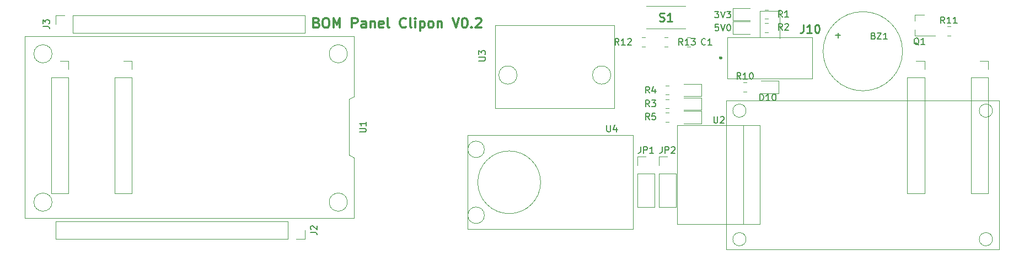
<source format=gbr>
G04 #@! TF.GenerationSoftware,KiCad,Pcbnew,(5.1.4)-1*
G04 #@! TF.CreationDate,2021-03-05T08:28:38-08:00*
G04 #@! TF.ProjectId,BOMPanelClipon,424f4d50-616e-4656-9c43-6c69706f6e2e,rev?*
G04 #@! TF.SameCoordinates,Original*
G04 #@! TF.FileFunction,Legend,Top*
G04 #@! TF.FilePolarity,Positive*
%FSLAX46Y46*%
G04 Gerber Fmt 4.6, Leading zero omitted, Abs format (unit mm)*
G04 Created by KiCad (PCBNEW (5.1.4)-1) date 2021-03-05 08:28:38*
%MOMM*%
%LPD*%
G04 APERTURE LIST*
%ADD10C,0.300000*%
%ADD11C,0.150000*%
%ADD12C,0.120000*%
%ADD13C,0.100000*%
%ADD14C,0.400000*%
%ADD15C,0.254000*%
G04 APERTURE END LIST*
D10*
X-29857142Y16107142D02*
X-29642857Y16035714D01*
X-29571428Y15964285D01*
X-29500000Y15821428D01*
X-29500000Y15607142D01*
X-29571428Y15464285D01*
X-29642857Y15392857D01*
X-29785714Y15321428D01*
X-30357142Y15321428D01*
X-30357142Y16821428D01*
X-29857142Y16821428D01*
X-29714285Y16750000D01*
X-29642857Y16678571D01*
X-29571428Y16535714D01*
X-29571428Y16392857D01*
X-29642857Y16250000D01*
X-29714285Y16178571D01*
X-29857142Y16107142D01*
X-30357142Y16107142D01*
X-28571428Y16821428D02*
X-28285714Y16821428D01*
X-28142857Y16750000D01*
X-28000000Y16607142D01*
X-27928571Y16321428D01*
X-27928571Y15821428D01*
X-28000000Y15535714D01*
X-28142857Y15392857D01*
X-28285714Y15321428D01*
X-28571428Y15321428D01*
X-28714285Y15392857D01*
X-28857142Y15535714D01*
X-28928571Y15821428D01*
X-28928571Y16321428D01*
X-28857142Y16607142D01*
X-28714285Y16750000D01*
X-28571428Y16821428D01*
X-27285714Y15321428D02*
X-27285714Y16821428D01*
X-26785714Y15750000D01*
X-26285714Y16821428D01*
X-26285714Y15321428D01*
X-24428571Y15321428D02*
X-24428571Y16821428D01*
X-23857142Y16821428D01*
X-23714285Y16750000D01*
X-23642857Y16678571D01*
X-23571428Y16535714D01*
X-23571428Y16321428D01*
X-23642857Y16178571D01*
X-23714285Y16107142D01*
X-23857142Y16035714D01*
X-24428571Y16035714D01*
X-22285714Y15321428D02*
X-22285714Y16107142D01*
X-22357142Y16250000D01*
X-22500000Y16321428D01*
X-22785714Y16321428D01*
X-22928571Y16250000D01*
X-22285714Y15392857D02*
X-22428571Y15321428D01*
X-22785714Y15321428D01*
X-22928571Y15392857D01*
X-23000000Y15535714D01*
X-23000000Y15678571D01*
X-22928571Y15821428D01*
X-22785714Y15892857D01*
X-22428571Y15892857D01*
X-22285714Y15964285D01*
X-21571428Y16321428D02*
X-21571428Y15321428D01*
X-21571428Y16178571D02*
X-21500000Y16250000D01*
X-21357142Y16321428D01*
X-21142857Y16321428D01*
X-21000000Y16250000D01*
X-20928571Y16107142D01*
X-20928571Y15321428D01*
X-19642857Y15392857D02*
X-19785714Y15321428D01*
X-20071428Y15321428D01*
X-20214285Y15392857D01*
X-20285714Y15535714D01*
X-20285714Y16107142D01*
X-20214285Y16250000D01*
X-20071428Y16321428D01*
X-19785714Y16321428D01*
X-19642857Y16250000D01*
X-19571428Y16107142D01*
X-19571428Y15964285D01*
X-20285714Y15821428D01*
X-18714285Y15321428D02*
X-18857142Y15392857D01*
X-18928571Y15535714D01*
X-18928571Y16821428D01*
X-16142857Y15464285D02*
X-16214285Y15392857D01*
X-16428571Y15321428D01*
X-16571428Y15321428D01*
X-16785714Y15392857D01*
X-16928571Y15535714D01*
X-17000000Y15678571D01*
X-17071428Y15964285D01*
X-17071428Y16178571D01*
X-17000000Y16464285D01*
X-16928571Y16607142D01*
X-16785714Y16750000D01*
X-16571428Y16821428D01*
X-16428571Y16821428D01*
X-16214285Y16750000D01*
X-16142857Y16678571D01*
X-15285714Y15321428D02*
X-15428571Y15392857D01*
X-15500000Y15535714D01*
X-15500000Y16821428D01*
X-14714285Y15321428D02*
X-14714285Y16321428D01*
X-14714285Y16821428D02*
X-14785714Y16750000D01*
X-14714285Y16678571D01*
X-14642857Y16750000D01*
X-14714285Y16821428D01*
X-14714285Y16678571D01*
X-14000000Y16321428D02*
X-14000000Y14821428D01*
X-14000000Y16250000D02*
X-13857142Y16321428D01*
X-13571428Y16321428D01*
X-13428571Y16250000D01*
X-13357142Y16178571D01*
X-13285714Y16035714D01*
X-13285714Y15607142D01*
X-13357142Y15464285D01*
X-13428571Y15392857D01*
X-13571428Y15321428D01*
X-13857142Y15321428D01*
X-14000000Y15392857D01*
X-12428571Y15321428D02*
X-12571428Y15392857D01*
X-12642857Y15464285D01*
X-12714285Y15607142D01*
X-12714285Y16035714D01*
X-12642857Y16178571D01*
X-12571428Y16250000D01*
X-12428571Y16321428D01*
X-12214285Y16321428D01*
X-12071428Y16250000D01*
X-12000000Y16178571D01*
X-11928571Y16035714D01*
X-11928571Y15607142D01*
X-12000000Y15464285D01*
X-12071428Y15392857D01*
X-12214285Y15321428D01*
X-12428571Y15321428D01*
X-11285714Y16321428D02*
X-11285714Y15321428D01*
X-11285714Y16178571D02*
X-11214285Y16250000D01*
X-11071428Y16321428D01*
X-10857142Y16321428D01*
X-10714285Y16250000D01*
X-10642857Y16107142D01*
X-10642857Y15321428D01*
X-9000000Y16821428D02*
X-8500000Y15321428D01*
X-8000000Y16821428D01*
X-7214285Y16821428D02*
X-7071428Y16821428D01*
X-6928571Y16750000D01*
X-6857142Y16678571D01*
X-6785714Y16535714D01*
X-6714285Y16250000D01*
X-6714285Y15892857D01*
X-6785714Y15607142D01*
X-6857142Y15464285D01*
X-6928571Y15392857D01*
X-7071428Y15321428D01*
X-7214285Y15321428D01*
X-7357142Y15392857D01*
X-7428571Y15464285D01*
X-7500000Y15607142D01*
X-7571428Y15892857D01*
X-7571428Y16250000D01*
X-7500000Y16535714D01*
X-7428571Y16678571D01*
X-7357142Y16750000D01*
X-7214285Y16821428D01*
X-6071428Y15464285D02*
X-6000000Y15392857D01*
X-6071428Y15321428D01*
X-6142857Y15392857D01*
X-6071428Y15464285D01*
X-6071428Y15321428D01*
X-5428571Y16678571D02*
X-5357142Y16750000D01*
X-5214285Y16821428D01*
X-4857142Y16821428D01*
X-4714285Y16750000D01*
X-4642857Y16678571D01*
X-4571428Y16535714D01*
X-4571428Y16392857D01*
X-4642857Y16178571D01*
X-5500000Y15321428D01*
X-4571428Y15321428D01*
D11*
X31833333Y15847619D02*
X31357142Y15847619D01*
X31309523Y15371428D01*
X31357142Y15419047D01*
X31452380Y15466666D01*
X31690476Y15466666D01*
X31785714Y15419047D01*
X31833333Y15371428D01*
X31880952Y15276190D01*
X31880952Y15038095D01*
X31833333Y14942857D01*
X31785714Y14895238D01*
X31690476Y14847619D01*
X31452380Y14847619D01*
X31357142Y14895238D01*
X31309523Y14942857D01*
X32166666Y15847619D02*
X32500000Y14847619D01*
X32833333Y15847619D01*
X33357142Y15847619D02*
X33452380Y15847619D01*
X33547619Y15800000D01*
X33595238Y15752380D01*
X33642857Y15657142D01*
X33690476Y15466666D01*
X33690476Y15228571D01*
X33642857Y15038095D01*
X33595238Y14942857D01*
X33547619Y14895238D01*
X33452380Y14847619D01*
X33357142Y14847619D01*
X33261904Y14895238D01*
X33214285Y14942857D01*
X33166666Y15038095D01*
X33119047Y15228571D01*
X33119047Y15466666D01*
X33166666Y15657142D01*
X33214285Y15752380D01*
X33261904Y15800000D01*
X33357142Y15847619D01*
X31261904Y17847619D02*
X31880952Y17847619D01*
X31547619Y17466666D01*
X31690476Y17466666D01*
X31785714Y17419047D01*
X31833333Y17371428D01*
X31880952Y17276190D01*
X31880952Y17038095D01*
X31833333Y16942857D01*
X31785714Y16895238D01*
X31690476Y16847619D01*
X31404761Y16847619D01*
X31309523Y16895238D01*
X31261904Y16942857D01*
X32166666Y17847619D02*
X32500000Y16847619D01*
X32833333Y17847619D01*
X33071428Y17847619D02*
X33690476Y17847619D01*
X33357142Y17466666D01*
X33500000Y17466666D01*
X33595238Y17419047D01*
X33642857Y17371428D01*
X33690476Y17276190D01*
X33690476Y17038095D01*
X33642857Y16942857D01*
X33595238Y16895238D01*
X33500000Y16847619D01*
X33214285Y16847619D01*
X33119047Y16895238D01*
X33071428Y16942857D01*
D12*
X18750000Y-1261000D02*
X-6650000Y-1261000D01*
X18750000Y-1261000D02*
X18750000Y-15739000D01*
X-6650000Y-15739000D02*
X18750000Y-15739000D01*
X-6650000Y-15739000D02*
X-6650000Y-1261000D01*
X4526000Y-8500000D02*
G75*
G03X4526000Y-8500000I-4826000J0D01*
G01*
X-4110000Y-3420000D02*
G75*
G03X-4110000Y-3420000I-1270000J0D01*
G01*
X-4110000Y-13580000D02*
G75*
G03X-4110000Y-13580000I-1270000J0D01*
G01*
X-59537600Y10220000D02*
X-58207600Y10220000D01*
X-58207600Y10220000D02*
X-58207600Y8890000D01*
X-58207600Y7620000D02*
X-58207600Y-10220000D01*
X-60867600Y-10220000D02*
X-58207600Y-10220000D01*
X-60867600Y7620000D02*
X-60867600Y-10220000D01*
X-60867600Y7620000D02*
X-58207600Y7620000D01*
X27558578Y13810000D02*
X27041422Y13810000D01*
X27558578Y12390000D02*
X27041422Y12390000D01*
X24058578Y13810000D02*
X23541422Y13810000D01*
X24058578Y12390000D02*
X23541422Y12390000D01*
X20041422Y13810000D02*
X20558578Y13810000D01*
X20041422Y12390000D02*
X20558578Y12390000D01*
X33020000Y4127500D02*
X74930000Y4127500D01*
X33020000Y-18859500D02*
X74930000Y-18859500D01*
X74930000Y-18859500D02*
X74930000Y4127500D01*
X33020000Y4127500D02*
X33020000Y-18859500D01*
X36068000Y2540000D02*
G75*
G03X36068000Y2540000I-1016000J0D01*
G01*
X73914000Y2540000D02*
G75*
G03X73914000Y2540000I-1016000J0D01*
G01*
X73914000Y-17272000D02*
G75*
G03X73914000Y-17272000I-1016000J0D01*
G01*
X36068000Y-17272000D02*
G75*
G03X36068000Y-17272000I-1016000J0D01*
G01*
X25527000Y254000D02*
X38176200Y254000D01*
X25527000Y-14986000D02*
X38176200Y-14986000D01*
X25527000Y254000D02*
X25527000Y-14986000D01*
X38176200Y254000D02*
X38176200Y-14986000D01*
X35636200Y-14986000D02*
X35636200Y254000D01*
X-24130000Y13995400D02*
X-74676000Y13995400D01*
X-74676000Y13995400D02*
X-74676000Y-13995400D01*
X-74676000Y-13995400D02*
X-24130000Y-13995400D01*
X-24130000Y-13995400D02*
X-24130000Y-4699000D01*
X-24130000Y-4699000D02*
X-24892000Y-4318000D01*
X-24892000Y-4318000D02*
X-24892000Y4318000D01*
X-24130000Y13995400D02*
X-24130000Y4699000D01*
X-24130000Y4699000D02*
X-24892000Y4318000D01*
X-25146000Y-11557000D02*
G75*
G03X-25146000Y-11557000I-1397000J0D01*
G01*
X-70485000Y-11557000D02*
G75*
G03X-70485000Y-11557000I-1397000J0D01*
G01*
X-25146000Y11303000D02*
G75*
G03X-25146000Y11303000I-1397000J0D01*
G01*
X-70485000Y11303000D02*
G75*
G03X-70485000Y11303000I-1397000J0D01*
G01*
X15304250Y8030000D02*
G75*
G03X15304250Y8030000I-1403350J0D01*
G01*
X902450Y8030000D02*
G75*
G03X902450Y8030000I-1403350J0D01*
G01*
X15844000Y2886500D02*
X-2444000Y2886500D01*
X-2444000Y15713500D02*
X15844000Y15713500D01*
X15844000Y15713500D02*
X15844000Y2886500D01*
X-2444000Y15713500D02*
X-2444000Y2886500D01*
X36700000Y18360000D02*
X34015000Y18360000D01*
X34015000Y18360000D02*
X34015000Y16440000D01*
X34015000Y16440000D02*
X36700000Y16440000D01*
X34015000Y14340000D02*
X36700000Y14340000D01*
X34015000Y16260000D02*
X34015000Y14340000D01*
X36700000Y16260000D02*
X34015000Y16260000D01*
X26500000Y540000D02*
X29185000Y540000D01*
X29185000Y540000D02*
X29185000Y2460000D01*
X29185000Y2460000D02*
X26500000Y2460000D01*
X-34290000Y-14545000D02*
X-34290000Y-17205000D01*
X-34290000Y-14545000D02*
X-69910000Y-14545000D01*
X-69910000Y-14545000D02*
X-69910000Y-17205000D01*
X-34290000Y-17205000D02*
X-69910000Y-17205000D01*
X-31690000Y-17205000D02*
X-33020000Y-17205000D01*
X-31690000Y-15875000D02*
X-31690000Y-17205000D01*
X-69910000Y15875000D02*
X-69910000Y17205000D01*
X-69910000Y17205000D02*
X-68580000Y17205000D01*
X-67310000Y17205000D02*
X-31690000Y17205000D01*
X-31690000Y14545000D02*
X-31690000Y17205000D01*
X-67310000Y14545000D02*
X-31690000Y14545000D01*
X-67310000Y14545000D02*
X-67310000Y17205000D01*
X-70621200Y7620000D02*
X-67961200Y7620000D01*
X-70621200Y7620000D02*
X-70621200Y-10220000D01*
X-70621200Y-10220000D02*
X-67961200Y-10220000D01*
X-67961200Y7620000D02*
X-67961200Y-10220000D01*
X-67961200Y10220000D02*
X-67961200Y8890000D01*
X-69291200Y10220000D02*
X-67961200Y10220000D01*
X60823800Y7620000D02*
X63483800Y7620000D01*
X60823800Y7620000D02*
X60823800Y-10220000D01*
X60823800Y-10220000D02*
X63483800Y-10220000D01*
X63483800Y7620000D02*
X63483800Y-10220000D01*
X63483800Y10220000D02*
X63483800Y8890000D01*
X62153800Y10220000D02*
X63483800Y10220000D01*
X71932800Y10220000D02*
X73262800Y10220000D01*
X73262800Y10220000D02*
X73262800Y8890000D01*
X73262800Y7620000D02*
X73262800Y-10220000D01*
X70602800Y-10220000D02*
X73262800Y-10220000D01*
X70602800Y7620000D02*
X70602800Y-10220000D01*
X70602800Y7620000D02*
X73262800Y7620000D01*
X39458578Y16690000D02*
X38941422Y16690000D01*
X39458578Y18110000D02*
X38941422Y18110000D01*
X39458578Y14590000D02*
X38941422Y14590000D01*
X39458578Y16010000D02*
X38941422Y16010000D01*
X23741422Y790000D02*
X24258578Y790000D01*
X23741422Y2210000D02*
X24258578Y2210000D01*
X60100000Y11700000D02*
G75*
G03X60100000Y11700000I-6100000J0D01*
G01*
X29185000Y4560000D02*
X26500000Y4560000D01*
X29185000Y2640000D02*
X29185000Y4560000D01*
X26500000Y2640000D02*
X29185000Y2640000D01*
X26500000Y4740000D02*
X29185000Y4740000D01*
X29185000Y4740000D02*
X29185000Y6660000D01*
X29185000Y6660000D02*
X26500000Y6660000D01*
X41085000Y7160000D02*
X38400000Y7160000D01*
X41085000Y5240000D02*
X41085000Y7160000D01*
X38400000Y5240000D02*
X41085000Y5240000D01*
X19370000Y-12310000D02*
X22030000Y-12310000D01*
X19370000Y-7170000D02*
X19370000Y-12310000D01*
X22030000Y-7170000D02*
X22030000Y-12310000D01*
X19370000Y-7170000D02*
X22030000Y-7170000D01*
X19370000Y-5900000D02*
X19370000Y-4570000D01*
X19370000Y-4570000D02*
X20700000Y-4570000D01*
X22670000Y-4570000D02*
X24000000Y-4570000D01*
X22670000Y-5900000D02*
X22670000Y-4570000D01*
X22670000Y-7170000D02*
X25330000Y-7170000D01*
X25330000Y-7170000D02*
X25330000Y-12310000D01*
X22670000Y-7170000D02*
X22670000Y-12310000D01*
X22670000Y-12310000D02*
X25330000Y-12310000D01*
X61940000Y17280000D02*
X61940000Y16350000D01*
X61940000Y14120000D02*
X61940000Y15050000D01*
X61940000Y14120000D02*
X65100000Y14120000D01*
X61940000Y17280000D02*
X63400000Y17280000D01*
X23741422Y2890000D02*
X24258578Y2890000D01*
X23741422Y4310000D02*
X24258578Y4310000D01*
X23741422Y6410000D02*
X24258578Y6410000D01*
X23741422Y4990000D02*
X24258578Y4990000D01*
X66941422Y14090000D02*
X67458578Y14090000D01*
X66941422Y15510000D02*
X67458578Y15510000D01*
X35641422Y6910000D02*
X36158578Y6910000D01*
X35641422Y5490000D02*
X36158578Y5490000D01*
D13*
X20750000Y18650000D02*
X26750000Y18650000D01*
X20750000Y15150000D02*
X26750000Y15150000D01*
D14*
X32200000Y10700000D02*
G75*
G02X32100000Y10700000I-50000J0D01*
G01*
X32100000Y10700000D02*
G75*
G02X32200000Y10700000I50000J0D01*
G01*
X32100000Y10700000D02*
X32100000Y10700000D01*
X32200000Y10700000D02*
X32200000Y10700000D01*
D13*
X41200000Y17940000D02*
X41200000Y13700000D01*
X38200000Y17940000D02*
X41200000Y17940000D01*
X38200000Y13875000D02*
X38200000Y17940000D01*
X33215000Y7525000D02*
X33215000Y13875000D01*
X46200000Y7525000D02*
X33215000Y7525000D01*
X46200000Y13875000D02*
X46200000Y7525000D01*
X33215000Y13875000D02*
X46200000Y13875000D01*
D11*
X14686095Y302619D02*
X14686095Y-506904D01*
X14733714Y-602142D01*
X14781333Y-649761D01*
X14876571Y-697380D01*
X15067047Y-697380D01*
X15162285Y-649761D01*
X15209904Y-602142D01*
X15257523Y-506904D01*
X15257523Y302619D01*
X16162285Y-30714D02*
X16162285Y-697380D01*
X15924190Y350238D02*
X15686095Y-364047D01*
X16305142Y-364047D01*
X29833333Y12742857D02*
X29785714Y12695238D01*
X29642857Y12647619D01*
X29547619Y12647619D01*
X29404761Y12695238D01*
X29309523Y12790476D01*
X29261904Y12885714D01*
X29214285Y13076190D01*
X29214285Y13219047D01*
X29261904Y13409523D01*
X29309523Y13504761D01*
X29404761Y13600000D01*
X29547619Y13647619D01*
X29642857Y13647619D01*
X29785714Y13600000D01*
X29833333Y13552380D01*
X30785714Y12647619D02*
X30214285Y12647619D01*
X30500000Y12647619D02*
X30500000Y13647619D01*
X30404761Y13504761D01*
X30309523Y13409523D01*
X30214285Y13361904D01*
X26357142Y12647619D02*
X26023809Y13123809D01*
X25785714Y12647619D02*
X25785714Y13647619D01*
X26166666Y13647619D01*
X26261904Y13600000D01*
X26309523Y13552380D01*
X26357142Y13457142D01*
X26357142Y13314285D01*
X26309523Y13219047D01*
X26261904Y13171428D01*
X26166666Y13123809D01*
X25785714Y13123809D01*
X27309523Y12647619D02*
X26738095Y12647619D01*
X27023809Y12647619D02*
X27023809Y13647619D01*
X26928571Y13504761D01*
X26833333Y13409523D01*
X26738095Y13361904D01*
X27642857Y13647619D02*
X28261904Y13647619D01*
X27928571Y13266666D01*
X28071428Y13266666D01*
X28166666Y13219047D01*
X28214285Y13171428D01*
X28261904Y13076190D01*
X28261904Y12838095D01*
X28214285Y12742857D01*
X28166666Y12695238D01*
X28071428Y12647619D01*
X27785714Y12647619D01*
X27690476Y12695238D01*
X27642857Y12742857D01*
X16557142Y12647619D02*
X16223809Y13123809D01*
X15985714Y12647619D02*
X15985714Y13647619D01*
X16366666Y13647619D01*
X16461904Y13600000D01*
X16509523Y13552380D01*
X16557142Y13457142D01*
X16557142Y13314285D01*
X16509523Y13219047D01*
X16461904Y13171428D01*
X16366666Y13123809D01*
X15985714Y13123809D01*
X17509523Y12647619D02*
X16938095Y12647619D01*
X17223809Y12647619D02*
X17223809Y13647619D01*
X17128571Y13504761D01*
X17033333Y13409523D01*
X16938095Y13361904D01*
X17890476Y13552380D02*
X17938095Y13600000D01*
X18033333Y13647619D01*
X18271428Y13647619D01*
X18366666Y13600000D01*
X18414285Y13552380D01*
X18461904Y13457142D01*
X18461904Y13361904D01*
X18414285Y13219047D01*
X17842857Y12647619D01*
X18461904Y12647619D01*
X31138095Y1647619D02*
X31138095Y838095D01*
X31185714Y742857D01*
X31233333Y695238D01*
X31328571Y647619D01*
X31519047Y647619D01*
X31614285Y695238D01*
X31661904Y742857D01*
X31709523Y838095D01*
X31709523Y1647619D01*
X32138095Y1552380D02*
X32185714Y1600000D01*
X32280952Y1647619D01*
X32519047Y1647619D01*
X32614285Y1600000D01*
X32661904Y1552380D01*
X32709523Y1457142D01*
X32709523Y1361904D01*
X32661904Y1219047D01*
X32090476Y647619D01*
X32709523Y647619D01*
X-23277619Y-761904D02*
X-22468095Y-761904D01*
X-22372857Y-714285D01*
X-22325238Y-666666D01*
X-22277619Y-571428D01*
X-22277619Y-380952D01*
X-22325238Y-285714D01*
X-22372857Y-238095D01*
X-22468095Y-190476D01*
X-23277619Y-190476D01*
X-22277619Y809523D02*
X-22277619Y238095D01*
X-22277619Y523809D02*
X-23277619Y523809D01*
X-23134761Y428571D01*
X-23039523Y333333D01*
X-22991904Y238095D01*
X-4947619Y10238095D02*
X-4138095Y10238095D01*
X-4042857Y10285714D01*
X-3995238Y10333333D01*
X-3947619Y10428571D01*
X-3947619Y10619047D01*
X-3995238Y10714285D01*
X-4042857Y10761904D01*
X-4138095Y10809523D01*
X-4947619Y10809523D01*
X-4947619Y11190476D02*
X-4947619Y11809523D01*
X-4566666Y11476190D01*
X-4566666Y11619047D01*
X-4519047Y11714285D01*
X-4471428Y11761904D01*
X-4376190Y11809523D01*
X-4138095Y11809523D01*
X-4042857Y11761904D01*
X-3995238Y11714285D01*
X-3947619Y11619047D01*
X-3947619Y11333333D01*
X-3995238Y11238095D01*
X-4042857Y11190476D01*
X-30797619Y-16208333D02*
X-30083333Y-16208333D01*
X-29940476Y-16255952D01*
X-29845238Y-16351190D01*
X-29797619Y-16494047D01*
X-29797619Y-16589285D01*
X-30702380Y-15779761D02*
X-30750000Y-15732142D01*
X-30797619Y-15636904D01*
X-30797619Y-15398809D01*
X-30750000Y-15303571D01*
X-30702380Y-15255952D01*
X-30607142Y-15208333D01*
X-30511904Y-15208333D01*
X-30369047Y-15255952D01*
X-29797619Y-15827380D01*
X-29797619Y-15208333D01*
X-71897619Y15541666D02*
X-71183333Y15541666D01*
X-71040476Y15494047D01*
X-70945238Y15398809D01*
X-70897619Y15255952D01*
X-70897619Y15160714D01*
X-71897619Y15922619D02*
X-71897619Y16541666D01*
X-71516666Y16208333D01*
X-71516666Y16351190D01*
X-71469047Y16446428D01*
X-71421428Y16494047D01*
X-71326190Y16541666D01*
X-71088095Y16541666D01*
X-70992857Y16494047D01*
X-70945238Y16446428D01*
X-70897619Y16351190D01*
X-70897619Y16065476D01*
X-70945238Y15970238D01*
X-70992857Y15922619D01*
X41633333Y16947619D02*
X41300000Y17423809D01*
X41061904Y16947619D02*
X41061904Y17947619D01*
X41442857Y17947619D01*
X41538095Y17900000D01*
X41585714Y17852380D01*
X41633333Y17757142D01*
X41633333Y17614285D01*
X41585714Y17519047D01*
X41538095Y17471428D01*
X41442857Y17423809D01*
X41061904Y17423809D01*
X42585714Y16947619D02*
X42014285Y16947619D01*
X42300000Y16947619D02*
X42300000Y17947619D01*
X42204761Y17804761D01*
X42109523Y17709523D01*
X42014285Y17661904D01*
X41633333Y14947619D02*
X41300000Y15423809D01*
X41061904Y14947619D02*
X41061904Y15947619D01*
X41442857Y15947619D01*
X41538095Y15900000D01*
X41585714Y15852380D01*
X41633333Y15757142D01*
X41633333Y15614285D01*
X41585714Y15519047D01*
X41538095Y15471428D01*
X41442857Y15423809D01*
X41061904Y15423809D01*
X42014285Y15852380D02*
X42061904Y15900000D01*
X42157142Y15947619D01*
X42395238Y15947619D01*
X42490476Y15900000D01*
X42538095Y15852380D01*
X42585714Y15757142D01*
X42585714Y15661904D01*
X42538095Y15519047D01*
X41966666Y14947619D01*
X42585714Y14947619D01*
X21233333Y1147619D02*
X20900000Y1623809D01*
X20661904Y1147619D02*
X20661904Y2147619D01*
X21042857Y2147619D01*
X21138095Y2100000D01*
X21185714Y2052380D01*
X21233333Y1957142D01*
X21233333Y1814285D01*
X21185714Y1719047D01*
X21138095Y1671428D01*
X21042857Y1623809D01*
X20661904Y1623809D01*
X22138095Y2147619D02*
X21661904Y2147619D01*
X21614285Y1671428D01*
X21661904Y1719047D01*
X21757142Y1766666D01*
X21995238Y1766666D01*
X22090476Y1719047D01*
X22138095Y1671428D01*
X22185714Y1576190D01*
X22185714Y1338095D01*
X22138095Y1242857D01*
X22090476Y1195238D01*
X21995238Y1147619D01*
X21757142Y1147619D01*
X21661904Y1195238D01*
X21614285Y1242857D01*
X55619047Y14071428D02*
X55761904Y14023809D01*
X55809523Y13976190D01*
X55857142Y13880952D01*
X55857142Y13738095D01*
X55809523Y13642857D01*
X55761904Y13595238D01*
X55666666Y13547619D01*
X55285714Y13547619D01*
X55285714Y14547619D01*
X55619047Y14547619D01*
X55714285Y14500000D01*
X55761904Y14452380D01*
X55809523Y14357142D01*
X55809523Y14261904D01*
X55761904Y14166666D01*
X55714285Y14119047D01*
X55619047Y14071428D01*
X55285714Y14071428D01*
X56190476Y14547619D02*
X56857142Y14547619D01*
X56190476Y13547619D01*
X56857142Y13547619D01*
X57761904Y13547619D02*
X57190476Y13547619D01*
X57476190Y13547619D02*
X57476190Y14547619D01*
X57380952Y14404761D01*
X57285714Y14309523D01*
X57190476Y14261904D01*
X49809047Y14168571D02*
X50570952Y14168571D01*
X50190000Y13787619D02*
X50190000Y14549523D01*
X38185714Y4097619D02*
X38185714Y5097619D01*
X38423809Y5097619D01*
X38566666Y5050000D01*
X38661904Y4954761D01*
X38709523Y4859523D01*
X38757142Y4669047D01*
X38757142Y4526190D01*
X38709523Y4335714D01*
X38661904Y4240476D01*
X38566666Y4145238D01*
X38423809Y4097619D01*
X38185714Y4097619D01*
X39709523Y4097619D02*
X39138095Y4097619D01*
X39423809Y4097619D02*
X39423809Y5097619D01*
X39328571Y4954761D01*
X39233333Y4859523D01*
X39138095Y4811904D01*
X40328571Y5097619D02*
X40423809Y5097619D01*
X40519047Y5050000D01*
X40566666Y5002380D01*
X40614285Y4907142D01*
X40661904Y4716666D01*
X40661904Y4478571D01*
X40614285Y4288095D01*
X40566666Y4192857D01*
X40519047Y4145238D01*
X40423809Y4097619D01*
X40328571Y4097619D01*
X40233333Y4145238D01*
X40185714Y4192857D01*
X40138095Y4288095D01*
X40090476Y4478571D01*
X40090476Y4716666D01*
X40138095Y4907142D01*
X40185714Y5002380D01*
X40233333Y5050000D01*
X40328571Y5097619D01*
X19866666Y-3022380D02*
X19866666Y-3736666D01*
X19819047Y-3879523D01*
X19723809Y-3974761D01*
X19580952Y-4022380D01*
X19485714Y-4022380D01*
X20342857Y-4022380D02*
X20342857Y-3022380D01*
X20723809Y-3022380D01*
X20819047Y-3070000D01*
X20866666Y-3117619D01*
X20914285Y-3212857D01*
X20914285Y-3355714D01*
X20866666Y-3450952D01*
X20819047Y-3498571D01*
X20723809Y-3546190D01*
X20342857Y-3546190D01*
X21866666Y-4022380D02*
X21295238Y-4022380D01*
X21580952Y-4022380D02*
X21580952Y-3022380D01*
X21485714Y-3165238D01*
X21390476Y-3260476D01*
X21295238Y-3308095D01*
X23166666Y-3022380D02*
X23166666Y-3736666D01*
X23119047Y-3879523D01*
X23023809Y-3974761D01*
X22880952Y-4022380D01*
X22785714Y-4022380D01*
X23642857Y-4022380D02*
X23642857Y-3022380D01*
X24023809Y-3022380D01*
X24119047Y-3070000D01*
X24166666Y-3117619D01*
X24214285Y-3212857D01*
X24214285Y-3355714D01*
X24166666Y-3450952D01*
X24119047Y-3498571D01*
X24023809Y-3546190D01*
X23642857Y-3546190D01*
X24595238Y-3117619D02*
X24642857Y-3070000D01*
X24738095Y-3022380D01*
X24976190Y-3022380D01*
X25071428Y-3070000D01*
X25119047Y-3117619D01*
X25166666Y-3212857D01*
X25166666Y-3308095D01*
X25119047Y-3450952D01*
X24547619Y-4022380D01*
X25166666Y-4022380D01*
X62604761Y12652380D02*
X62509523Y12700000D01*
X62414285Y12795238D01*
X62271428Y12938095D01*
X62176190Y12985714D01*
X62080952Y12985714D01*
X62128571Y12747619D02*
X62033333Y12795238D01*
X61938095Y12890476D01*
X61890476Y13080952D01*
X61890476Y13414285D01*
X61938095Y13604761D01*
X62033333Y13700000D01*
X62128571Y13747619D01*
X62319047Y13747619D01*
X62414285Y13700000D01*
X62509523Y13604761D01*
X62557142Y13414285D01*
X62557142Y13080952D01*
X62509523Y12890476D01*
X62414285Y12795238D01*
X62319047Y12747619D01*
X62128571Y12747619D01*
X63509523Y12747619D02*
X62938095Y12747619D01*
X63223809Y12747619D02*
X63223809Y13747619D01*
X63128571Y13604761D01*
X63033333Y13509523D01*
X62938095Y13461904D01*
X21233333Y3147619D02*
X20900000Y3623809D01*
X20661904Y3147619D02*
X20661904Y4147619D01*
X21042857Y4147619D01*
X21138095Y4100000D01*
X21185714Y4052380D01*
X21233333Y3957142D01*
X21233333Y3814285D01*
X21185714Y3719047D01*
X21138095Y3671428D01*
X21042857Y3623809D01*
X20661904Y3623809D01*
X21566666Y4147619D02*
X22185714Y4147619D01*
X21852380Y3766666D01*
X21995238Y3766666D01*
X22090476Y3719047D01*
X22138095Y3671428D01*
X22185714Y3576190D01*
X22185714Y3338095D01*
X22138095Y3242857D01*
X22090476Y3195238D01*
X21995238Y3147619D01*
X21709523Y3147619D01*
X21614285Y3195238D01*
X21566666Y3242857D01*
X21233333Y5247619D02*
X20900000Y5723809D01*
X20661904Y5247619D02*
X20661904Y6247619D01*
X21042857Y6247619D01*
X21138095Y6200000D01*
X21185714Y6152380D01*
X21233333Y6057142D01*
X21233333Y5914285D01*
X21185714Y5819047D01*
X21138095Y5771428D01*
X21042857Y5723809D01*
X20661904Y5723809D01*
X22090476Y5914285D02*
X22090476Y5247619D01*
X21852380Y6295238D02*
X21614285Y5580952D01*
X22233333Y5580952D01*
X66557142Y15997619D02*
X66223809Y16473809D01*
X65985714Y15997619D02*
X65985714Y16997619D01*
X66366666Y16997619D01*
X66461904Y16950000D01*
X66509523Y16902380D01*
X66557142Y16807142D01*
X66557142Y16664285D01*
X66509523Y16569047D01*
X66461904Y16521428D01*
X66366666Y16473809D01*
X65985714Y16473809D01*
X67509523Y15997619D02*
X66938095Y15997619D01*
X67223809Y15997619D02*
X67223809Y16997619D01*
X67128571Y16854761D01*
X67033333Y16759523D01*
X66938095Y16711904D01*
X68461904Y15997619D02*
X67890476Y15997619D01*
X68176190Y15997619D02*
X68176190Y16997619D01*
X68080952Y16854761D01*
X67985714Y16759523D01*
X67890476Y16711904D01*
X35257142Y7397619D02*
X34923809Y7873809D01*
X34685714Y7397619D02*
X34685714Y8397619D01*
X35066666Y8397619D01*
X35161904Y8350000D01*
X35209523Y8302380D01*
X35257142Y8207142D01*
X35257142Y8064285D01*
X35209523Y7969047D01*
X35161904Y7921428D01*
X35066666Y7873809D01*
X34685714Y7873809D01*
X36209523Y7397619D02*
X35638095Y7397619D01*
X35923809Y7397619D02*
X35923809Y8397619D01*
X35828571Y8254761D01*
X35733333Y8159523D01*
X35638095Y8111904D01*
X36828571Y8397619D02*
X36923809Y8397619D01*
X37019047Y8350000D01*
X37066666Y8302380D01*
X37114285Y8207142D01*
X37161904Y8016666D01*
X37161904Y7778571D01*
X37114285Y7588095D01*
X37066666Y7492857D01*
X37019047Y7445238D01*
X36923809Y7397619D01*
X36828571Y7397619D01*
X36733333Y7445238D01*
X36685714Y7492857D01*
X36638095Y7588095D01*
X36590476Y7778571D01*
X36590476Y8016666D01*
X36638095Y8207142D01*
X36685714Y8302380D01*
X36733333Y8350000D01*
X36828571Y8397619D01*
D15*
X22782380Y16385952D02*
X22963809Y16325476D01*
X23266190Y16325476D01*
X23387142Y16385952D01*
X23447619Y16446428D01*
X23508095Y16567380D01*
X23508095Y16688333D01*
X23447619Y16809285D01*
X23387142Y16869761D01*
X23266190Y16930238D01*
X23024285Y16990714D01*
X22903333Y17051190D01*
X22842857Y17111666D01*
X22782380Y17232619D01*
X22782380Y17353571D01*
X22842857Y17474523D01*
X22903333Y17535000D01*
X23024285Y17595476D01*
X23326666Y17595476D01*
X23508095Y17535000D01*
X24717619Y16325476D02*
X23991904Y16325476D01*
X24354761Y16325476D02*
X24354761Y17595476D01*
X24233809Y17414047D01*
X24112857Y17293095D01*
X23991904Y17232619D01*
X44871904Y15795476D02*
X44871904Y14888333D01*
X44811428Y14706904D01*
X44690476Y14585952D01*
X44509047Y14525476D01*
X44388095Y14525476D01*
X46141904Y14525476D02*
X45416190Y14525476D01*
X45779047Y14525476D02*
X45779047Y15795476D01*
X45658095Y15614047D01*
X45537142Y15493095D01*
X45416190Y15432619D01*
X46928095Y15795476D02*
X47049047Y15795476D01*
X47170000Y15735000D01*
X47230476Y15674523D01*
X47290952Y15553571D01*
X47351428Y15311666D01*
X47351428Y15009285D01*
X47290952Y14767380D01*
X47230476Y14646428D01*
X47170000Y14585952D01*
X47049047Y14525476D01*
X46928095Y14525476D01*
X46807142Y14585952D01*
X46746666Y14646428D01*
X46686190Y14767380D01*
X46625714Y15009285D01*
X46625714Y15311666D01*
X46686190Y15553571D01*
X46746666Y15674523D01*
X46807142Y15735000D01*
X46928095Y15795476D01*
M02*

</source>
